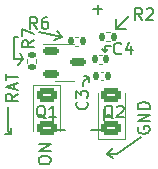
<source format=gto>
%TF.GenerationSoftware,KiCad,Pcbnew,7.0.7*%
%TF.CreationDate,2023-12-15T10:30:33-05:00*%
%TF.ProjectId,Original Circle FES Device,4f726967-696e-4616-9c20-436972636c65,rev?*%
%TF.SameCoordinates,Original*%
%TF.FileFunction,Legend,Top*%
%TF.FilePolarity,Positive*%
%FSLAX46Y46*%
G04 Gerber Fmt 4.6, Leading zero omitted, Abs format (unit mm)*
G04 Created by KiCad (PCBNEW 7.0.7) date 2023-12-15 10:30:33*
%MOMM*%
%LPD*%
G01*
G04 APERTURE LIST*
G04 Aperture macros list*
%AMRoundRect*
0 Rectangle with rounded corners*
0 $1 Rounding radius*
0 $2 $3 $4 $5 $6 $7 $8 $9 X,Y pos of 4 corners*
0 Add a 4 corners polygon primitive as box body*
4,1,4,$2,$3,$4,$5,$6,$7,$8,$9,$2,$3,0*
0 Add four circle primitives for the rounded corners*
1,1,$1+$1,$2,$3*
1,1,$1+$1,$4,$5*
1,1,$1+$1,$6,$7*
1,1,$1+$1,$8,$9*
0 Add four rect primitives between the rounded corners*
20,1,$1+$1,$2,$3,$4,$5,0*
20,1,$1+$1,$4,$5,$6,$7,0*
20,1,$1+$1,$6,$7,$8,$9,0*
20,1,$1+$1,$8,$9,$2,$3,0*%
G04 Aperture macros list end*
%ADD10C,0.150000*%
%ADD11C,0.120000*%
%ADD12C,0.152400*%
%ADD13RoundRect,0.135000X-0.135000X-0.185000X0.135000X-0.185000X0.135000X0.185000X-0.135000X0.185000X0*%
%ADD14C,1.200000*%
%ADD15C,1.400000*%
%ADD16RoundRect,0.135000X0.135000X0.185000X-0.135000X0.185000X-0.135000X-0.185000X0.135000X-0.185000X0*%
%ADD17RoundRect,0.140000X-0.140000X-0.170000X0.140000X-0.170000X0.140000X0.170000X-0.140000X0.170000X0*%
%ADD18RoundRect,0.140000X0.140000X0.170000X-0.140000X0.170000X-0.140000X-0.170000X0.140000X-0.170000X0*%
%ADD19RoundRect,0.250000X-0.625000X0.375000X-0.625000X-0.375000X0.625000X-0.375000X0.625000X0.375000X0*%
%ADD20RoundRect,0.150000X-0.512500X-0.150000X0.512500X-0.150000X0.512500X0.150000X-0.512500X0.150000X0*%
%ADD21RoundRect,0.135000X-0.185000X0.135000X-0.185000X-0.135000X0.185000X-0.135000X0.185000X0.135000X0*%
%ADD22RoundRect,0.250000X0.625000X-0.375000X0.625000X0.375000X-0.625000X0.375000X-0.625000X-0.375000X0*%
%ADD23C,1.600200*%
G04 APERTURE END LIST*
D10*
X114808000Y-103759000D02*
X116713000Y-104140000D01*
X112141000Y-112141000D02*
X112395000Y-112395000D01*
X120523000Y-114046000D02*
X121031000Y-113538000D01*
X118999000Y-107569000D02*
X118618000Y-107442000D01*
X112395000Y-112395000D02*
X112395000Y-111887000D01*
X120396000Y-105410000D02*
X120142000Y-105156000D01*
X118999000Y-107569000D02*
X118999000Y-107950000D01*
X113411000Y-106045000D02*
X113157000Y-105537000D01*
X120523000Y-114046000D02*
X121031000Y-114427000D01*
X123444000Y-112649000D02*
X121412000Y-114046000D01*
X121285000Y-103505000D02*
X121285000Y-102616000D01*
X118491000Y-108331000D02*
X118491000Y-107950000D01*
X118491000Y-107950000D02*
X118999000Y-107569000D01*
X112141000Y-110109000D02*
X112141000Y-112141000D01*
X121412000Y-114046000D02*
X120523000Y-114046000D01*
X112649000Y-104140000D02*
X113030000Y-104140000D01*
X112649000Y-106045000D02*
X113411000Y-106045000D01*
X113411000Y-106045000D02*
X113030000Y-106553000D01*
X120396000Y-104902000D02*
X120904000Y-104902000D01*
X116713000Y-104140000D02*
X116078000Y-104394000D01*
X112395000Y-112395000D02*
X111887000Y-112395000D01*
X112649000Y-104140000D02*
X112649000Y-106045000D01*
X120396000Y-105156000D02*
X120396000Y-105410000D01*
X120396000Y-105156000D02*
X120396000Y-104902000D01*
X121285000Y-103505000D02*
X122174000Y-103505000D01*
X122428000Y-102362000D02*
X121285000Y-103505000D01*
X116713000Y-104140000D02*
X116332000Y-103632000D01*
X120396000Y-105410000D02*
X120650000Y-105156000D01*
X114641333Y-103451819D02*
X114308000Y-102975628D01*
X114069905Y-103451819D02*
X114069905Y-102451819D01*
X114069905Y-102451819D02*
X114450857Y-102451819D01*
X114450857Y-102451819D02*
X114546095Y-102499438D01*
X114546095Y-102499438D02*
X114593714Y-102547057D01*
X114593714Y-102547057D02*
X114641333Y-102642295D01*
X114641333Y-102642295D02*
X114641333Y-102785152D01*
X114641333Y-102785152D02*
X114593714Y-102880390D01*
X114593714Y-102880390D02*
X114546095Y-102928009D01*
X114546095Y-102928009D02*
X114450857Y-102975628D01*
X114450857Y-102975628D02*
X114069905Y-102975628D01*
X115498476Y-102451819D02*
X115308000Y-102451819D01*
X115308000Y-102451819D02*
X115212762Y-102499438D01*
X115212762Y-102499438D02*
X115165143Y-102547057D01*
X115165143Y-102547057D02*
X115069905Y-102689914D01*
X115069905Y-102689914D02*
X115022286Y-102880390D01*
X115022286Y-102880390D02*
X115022286Y-103261342D01*
X115022286Y-103261342D02*
X115069905Y-103356580D01*
X115069905Y-103356580D02*
X115117524Y-103404200D01*
X115117524Y-103404200D02*
X115212762Y-103451819D01*
X115212762Y-103451819D02*
X115403238Y-103451819D01*
X115403238Y-103451819D02*
X115498476Y-103404200D01*
X115498476Y-103404200D02*
X115546095Y-103356580D01*
X115546095Y-103356580D02*
X115593714Y-103261342D01*
X115593714Y-103261342D02*
X115593714Y-103023247D01*
X115593714Y-103023247D02*
X115546095Y-102928009D01*
X115546095Y-102928009D02*
X115498476Y-102880390D01*
X115498476Y-102880390D02*
X115403238Y-102832771D01*
X115403238Y-102832771D02*
X115212762Y-102832771D01*
X115212762Y-102832771D02*
X115117524Y-102880390D01*
X115117524Y-102880390D02*
X115069905Y-102928009D01*
X115069905Y-102928009D02*
X115022286Y-103023247D01*
X112976819Y-108958000D02*
X112500628Y-109291333D01*
X112976819Y-109529428D02*
X111976819Y-109529428D01*
X111976819Y-109529428D02*
X111976819Y-109148476D01*
X111976819Y-109148476D02*
X112024438Y-109053238D01*
X112024438Y-109053238D02*
X112072057Y-109005619D01*
X112072057Y-109005619D02*
X112167295Y-108958000D01*
X112167295Y-108958000D02*
X112310152Y-108958000D01*
X112310152Y-108958000D02*
X112405390Y-109005619D01*
X112405390Y-109005619D02*
X112453009Y-109053238D01*
X112453009Y-109053238D02*
X112500628Y-109148476D01*
X112500628Y-109148476D02*
X112500628Y-109529428D01*
X112691104Y-108577047D02*
X112691104Y-108100857D01*
X112976819Y-108672285D02*
X111976819Y-108338952D01*
X111976819Y-108338952D02*
X112976819Y-108005619D01*
X111976819Y-107815142D02*
X111976819Y-107243714D01*
X112976819Y-107529428D02*
X111976819Y-107529428D01*
X123531333Y-102689819D02*
X123198000Y-102213628D01*
X122959905Y-102689819D02*
X122959905Y-101689819D01*
X122959905Y-101689819D02*
X123340857Y-101689819D01*
X123340857Y-101689819D02*
X123436095Y-101737438D01*
X123436095Y-101737438D02*
X123483714Y-101785057D01*
X123483714Y-101785057D02*
X123531333Y-101880295D01*
X123531333Y-101880295D02*
X123531333Y-102023152D01*
X123531333Y-102023152D02*
X123483714Y-102118390D01*
X123483714Y-102118390D02*
X123436095Y-102166009D01*
X123436095Y-102166009D02*
X123340857Y-102213628D01*
X123340857Y-102213628D02*
X122959905Y-102213628D01*
X123912286Y-101785057D02*
X123959905Y-101737438D01*
X123959905Y-101737438D02*
X124055143Y-101689819D01*
X124055143Y-101689819D02*
X124293238Y-101689819D01*
X124293238Y-101689819D02*
X124388476Y-101737438D01*
X124388476Y-101737438D02*
X124436095Y-101785057D01*
X124436095Y-101785057D02*
X124483714Y-101880295D01*
X124483714Y-101880295D02*
X124483714Y-101975533D01*
X124483714Y-101975533D02*
X124436095Y-102118390D01*
X124436095Y-102118390D02*
X123864667Y-102689819D01*
X123864667Y-102689819D02*
X124483714Y-102689819D01*
X118850580Y-109640666D02*
X118898200Y-109688285D01*
X118898200Y-109688285D02*
X118945819Y-109831142D01*
X118945819Y-109831142D02*
X118945819Y-109926380D01*
X118945819Y-109926380D02*
X118898200Y-110069237D01*
X118898200Y-110069237D02*
X118802961Y-110164475D01*
X118802961Y-110164475D02*
X118707723Y-110212094D01*
X118707723Y-110212094D02*
X118517247Y-110259713D01*
X118517247Y-110259713D02*
X118374390Y-110259713D01*
X118374390Y-110259713D02*
X118183914Y-110212094D01*
X118183914Y-110212094D02*
X118088676Y-110164475D01*
X118088676Y-110164475D02*
X117993438Y-110069237D01*
X117993438Y-110069237D02*
X117945819Y-109926380D01*
X117945819Y-109926380D02*
X117945819Y-109831142D01*
X117945819Y-109831142D02*
X117993438Y-109688285D01*
X117993438Y-109688285D02*
X118041057Y-109640666D01*
X117945819Y-109307332D02*
X117945819Y-108688285D01*
X117945819Y-108688285D02*
X118326771Y-109021618D01*
X118326771Y-109021618D02*
X118326771Y-108878761D01*
X118326771Y-108878761D02*
X118374390Y-108783523D01*
X118374390Y-108783523D02*
X118422009Y-108735904D01*
X118422009Y-108735904D02*
X118517247Y-108688285D01*
X118517247Y-108688285D02*
X118755342Y-108688285D01*
X118755342Y-108688285D02*
X118850580Y-108735904D01*
X118850580Y-108735904D02*
X118898200Y-108783523D01*
X118898200Y-108783523D02*
X118945819Y-108878761D01*
X118945819Y-108878761D02*
X118945819Y-109164475D01*
X118945819Y-109164475D02*
X118898200Y-109259713D01*
X118898200Y-109259713D02*
X118850580Y-109307332D01*
X121753333Y-105515580D02*
X121705714Y-105563200D01*
X121705714Y-105563200D02*
X121562857Y-105610819D01*
X121562857Y-105610819D02*
X121467619Y-105610819D01*
X121467619Y-105610819D02*
X121324762Y-105563200D01*
X121324762Y-105563200D02*
X121229524Y-105467961D01*
X121229524Y-105467961D02*
X121181905Y-105372723D01*
X121181905Y-105372723D02*
X121134286Y-105182247D01*
X121134286Y-105182247D02*
X121134286Y-105039390D01*
X121134286Y-105039390D02*
X121181905Y-104848914D01*
X121181905Y-104848914D02*
X121229524Y-104753676D01*
X121229524Y-104753676D02*
X121324762Y-104658438D01*
X121324762Y-104658438D02*
X121467619Y-104610819D01*
X121467619Y-104610819D02*
X121562857Y-104610819D01*
X121562857Y-104610819D02*
X121705714Y-104658438D01*
X121705714Y-104658438D02*
X121753333Y-104706057D01*
X122610476Y-104944152D02*
X122610476Y-105610819D01*
X122372381Y-104563200D02*
X122134286Y-105277485D01*
X122134286Y-105277485D02*
X122753333Y-105277485D01*
X115347761Y-111040057D02*
X115252523Y-110992438D01*
X115252523Y-110992438D02*
X115157285Y-110897200D01*
X115157285Y-110897200D02*
X115014428Y-110754342D01*
X115014428Y-110754342D02*
X114919190Y-110706723D01*
X114919190Y-110706723D02*
X114823952Y-110706723D01*
X114871571Y-110944819D02*
X114776333Y-110897200D01*
X114776333Y-110897200D02*
X114681095Y-110801961D01*
X114681095Y-110801961D02*
X114633476Y-110611485D01*
X114633476Y-110611485D02*
X114633476Y-110278152D01*
X114633476Y-110278152D02*
X114681095Y-110087676D01*
X114681095Y-110087676D02*
X114776333Y-109992438D01*
X114776333Y-109992438D02*
X114871571Y-109944819D01*
X114871571Y-109944819D02*
X115062047Y-109944819D01*
X115062047Y-109944819D02*
X115157285Y-109992438D01*
X115157285Y-109992438D02*
X115252523Y-110087676D01*
X115252523Y-110087676D02*
X115300142Y-110278152D01*
X115300142Y-110278152D02*
X115300142Y-110611485D01*
X115300142Y-110611485D02*
X115252523Y-110801961D01*
X115252523Y-110801961D02*
X115157285Y-110897200D01*
X115157285Y-110897200D02*
X115062047Y-110944819D01*
X115062047Y-110944819D02*
X114871571Y-110944819D01*
X116252523Y-110944819D02*
X115681095Y-110944819D01*
X115966809Y-110944819D02*
X115966809Y-109944819D01*
X115966809Y-109944819D02*
X115871571Y-110087676D01*
X115871571Y-110087676D02*
X115776333Y-110182914D01*
X115776333Y-110182914D02*
X115681095Y-110230533D01*
X114770819Y-114665047D02*
X114770819Y-114474571D01*
X114770819Y-114474571D02*
X114818438Y-114379333D01*
X114818438Y-114379333D02*
X114913676Y-114284095D01*
X114913676Y-114284095D02*
X115104152Y-114236476D01*
X115104152Y-114236476D02*
X115437485Y-114236476D01*
X115437485Y-114236476D02*
X115627961Y-114284095D01*
X115627961Y-114284095D02*
X115723200Y-114379333D01*
X115723200Y-114379333D02*
X115770819Y-114474571D01*
X115770819Y-114474571D02*
X115770819Y-114665047D01*
X115770819Y-114665047D02*
X115723200Y-114760285D01*
X115723200Y-114760285D02*
X115627961Y-114855523D01*
X115627961Y-114855523D02*
X115437485Y-114903142D01*
X115437485Y-114903142D02*
X115104152Y-114903142D01*
X115104152Y-114903142D02*
X114913676Y-114855523D01*
X114913676Y-114855523D02*
X114818438Y-114760285D01*
X114818438Y-114760285D02*
X114770819Y-114665047D01*
X115770819Y-113807904D02*
X114770819Y-113807904D01*
X114770819Y-113807904D02*
X115770819Y-113236476D01*
X115770819Y-113236476D02*
X114770819Y-113236476D01*
X114373819Y-104433666D02*
X113897628Y-104766999D01*
X114373819Y-105005094D02*
X113373819Y-105005094D01*
X113373819Y-105005094D02*
X113373819Y-104624142D01*
X113373819Y-104624142D02*
X113421438Y-104528904D01*
X113421438Y-104528904D02*
X113469057Y-104481285D01*
X113469057Y-104481285D02*
X113564295Y-104433666D01*
X113564295Y-104433666D02*
X113707152Y-104433666D01*
X113707152Y-104433666D02*
X113802390Y-104481285D01*
X113802390Y-104481285D02*
X113850009Y-104528904D01*
X113850009Y-104528904D02*
X113897628Y-104624142D01*
X113897628Y-104624142D02*
X113897628Y-105005094D01*
X113373819Y-104100332D02*
X113373819Y-103433666D01*
X113373819Y-103433666D02*
X114373819Y-103862237D01*
X123200438Y-111759904D02*
X123152819Y-111855142D01*
X123152819Y-111855142D02*
X123152819Y-111997999D01*
X123152819Y-111997999D02*
X123200438Y-112140856D01*
X123200438Y-112140856D02*
X123295676Y-112236094D01*
X123295676Y-112236094D02*
X123390914Y-112283713D01*
X123390914Y-112283713D02*
X123581390Y-112331332D01*
X123581390Y-112331332D02*
X123724247Y-112331332D01*
X123724247Y-112331332D02*
X123914723Y-112283713D01*
X123914723Y-112283713D02*
X124009961Y-112236094D01*
X124009961Y-112236094D02*
X124105200Y-112140856D01*
X124105200Y-112140856D02*
X124152819Y-111997999D01*
X124152819Y-111997999D02*
X124152819Y-111902761D01*
X124152819Y-111902761D02*
X124105200Y-111759904D01*
X124105200Y-111759904D02*
X124057580Y-111712285D01*
X124057580Y-111712285D02*
X123724247Y-111712285D01*
X123724247Y-111712285D02*
X123724247Y-111902761D01*
X124152819Y-111283713D02*
X123152819Y-111283713D01*
X123152819Y-111283713D02*
X124152819Y-110712285D01*
X124152819Y-110712285D02*
X123152819Y-110712285D01*
X124152819Y-110236094D02*
X123152819Y-110236094D01*
X123152819Y-110236094D02*
X123152819Y-109997999D01*
X123152819Y-109997999D02*
X123200438Y-109855142D01*
X123200438Y-109855142D02*
X123295676Y-109759904D01*
X123295676Y-109759904D02*
X123390914Y-109712285D01*
X123390914Y-109712285D02*
X123581390Y-109664666D01*
X123581390Y-109664666D02*
X123724247Y-109664666D01*
X123724247Y-109664666D02*
X123914723Y-109712285D01*
X123914723Y-109712285D02*
X124009961Y-109759904D01*
X124009961Y-109759904D02*
X124105200Y-109855142D01*
X124105200Y-109855142D02*
X124152819Y-109997999D01*
X124152819Y-109997999D02*
X124152819Y-110236094D01*
X121062761Y-111040057D02*
X120967523Y-110992438D01*
X120967523Y-110992438D02*
X120872285Y-110897200D01*
X120872285Y-110897200D02*
X120729428Y-110754342D01*
X120729428Y-110754342D02*
X120634190Y-110706723D01*
X120634190Y-110706723D02*
X120538952Y-110706723D01*
X120586571Y-110944819D02*
X120491333Y-110897200D01*
X120491333Y-110897200D02*
X120396095Y-110801961D01*
X120396095Y-110801961D02*
X120348476Y-110611485D01*
X120348476Y-110611485D02*
X120348476Y-110278152D01*
X120348476Y-110278152D02*
X120396095Y-110087676D01*
X120396095Y-110087676D02*
X120491333Y-109992438D01*
X120491333Y-109992438D02*
X120586571Y-109944819D01*
X120586571Y-109944819D02*
X120777047Y-109944819D01*
X120777047Y-109944819D02*
X120872285Y-109992438D01*
X120872285Y-109992438D02*
X120967523Y-110087676D01*
X120967523Y-110087676D02*
X121015142Y-110278152D01*
X121015142Y-110278152D02*
X121015142Y-110611485D01*
X121015142Y-110611485D02*
X120967523Y-110801961D01*
X120967523Y-110801961D02*
X120872285Y-110897200D01*
X120872285Y-110897200D02*
X120777047Y-110944819D01*
X120777047Y-110944819D02*
X120586571Y-110944819D01*
X121396095Y-110040057D02*
X121443714Y-109992438D01*
X121443714Y-109992438D02*
X121538952Y-109944819D01*
X121538952Y-109944819D02*
X121777047Y-109944819D01*
X121777047Y-109944819D02*
X121872285Y-109992438D01*
X121872285Y-109992438D02*
X121919904Y-110040057D01*
X121919904Y-110040057D02*
X121967523Y-110135295D01*
X121967523Y-110135295D02*
X121967523Y-110230533D01*
X121967523Y-110230533D02*
X121919904Y-110373390D01*
X121919904Y-110373390D02*
X121348476Y-110944819D01*
X121348476Y-110944819D02*
X121967523Y-110944819D01*
X119380048Y-101800866D02*
X120141953Y-101800866D01*
X119761000Y-102181819D02*
X119761000Y-101419914D01*
D11*
%TO.C,R6*%
X117829359Y-104141000D02*
X118136641Y-104141000D01*
X117829359Y-104901000D02*
X118136641Y-104901000D01*
%TO.C,R2*%
X120803641Y-104520000D02*
X120496359Y-104520000D01*
X120803641Y-103760000D02*
X120496359Y-103760000D01*
%TO.C,C3*%
X120034164Y-107082000D02*
X120249836Y-107082000D01*
X120034164Y-107802000D02*
X120249836Y-107802000D01*
%TO.C,C4*%
X120122836Y-106405000D02*
X119907164Y-106405000D01*
X120122836Y-105685000D02*
X119907164Y-105685000D01*
%TO.C,Q1*%
X116578000Y-108202000D02*
X114308000Y-108202000D01*
X114308000Y-108202000D02*
X114308000Y-112087000D01*
X116578000Y-112087000D02*
X116578000Y-108202000D01*
%TO.C,Q3*%
X116972500Y-104739000D02*
X115172500Y-104739000D01*
X116972500Y-104739000D02*
X117772500Y-104739000D01*
X116972500Y-107859000D02*
X116172500Y-107859000D01*
X116972500Y-107859000D02*
X117772500Y-107859000D01*
%TO.C,R7*%
X114553000Y-106018359D02*
X114553000Y-106325641D01*
X113793000Y-106018359D02*
X113793000Y-106325641D01*
%TO.C,Q2*%
X119769000Y-112775000D02*
X122039000Y-112775000D01*
X122039000Y-112775000D02*
X122039000Y-108890000D01*
X119769000Y-108890000D02*
X119769000Y-112775000D01*
D12*
%TO.C,+*%
X115938300Y-110239827D02*
X115938300Y-111987005D01*
X115938300Y-111987005D02*
X117000137Y-111987005D01*
X119219863Y-111987005D02*
X120281700Y-111987005D01*
X120281700Y-111987005D02*
X120281700Y-110239827D01*
%TD*%
%LPC*%
D13*
%TO.C,R6*%
X117473000Y-104521000D03*
X118493000Y-104521000D03*
%TD*%
D14*
%TO.C,RAT*%
X113284000Y-113284000D03*
D15*
X113284000Y-113284000D03*
%TD*%
D16*
%TO.C,R2*%
X121160000Y-104140000D03*
X120140000Y-104140000D03*
%TD*%
D17*
%TO.C,C3*%
X119662000Y-107442000D03*
X120622000Y-107442000D03*
%TD*%
D18*
%TO.C,C4*%
X120495000Y-106045000D03*
X119535000Y-106045000D03*
%TD*%
D19*
%TO.C,Q1*%
X115443000Y-109087000D03*
X115443000Y-111887000D03*
%TD*%
D14*
%TO.C,ON*%
X116840000Y-113792000D03*
D15*
X116840000Y-113792000D03*
%TD*%
D20*
%TO.C,Q3*%
X115835000Y-105349000D03*
X115835000Y-107249000D03*
X118110000Y-106299000D03*
%TD*%
D21*
%TO.C,R7*%
X114173000Y-105662000D03*
X114173000Y-106682000D03*
%TD*%
D14*
%TO.C,GND*%
X119380000Y-113792000D03*
D15*
X119380000Y-113792000D03*
%TD*%
D22*
%TO.C,Q2*%
X120904000Y-111890000D03*
X120904000Y-109090000D03*
%TD*%
D23*
%TO.C,+*%
X118110000Y-101760000D03*
X118110000Y-111760000D03*
%TD*%
%LPD*%
M02*

</source>
